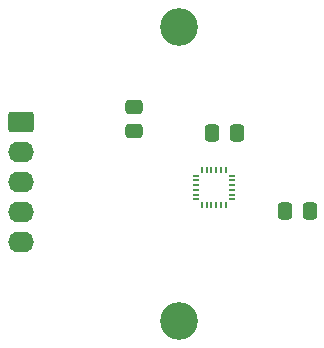
<source format=gbr>
%TF.GenerationSoftware,KiCad,Pcbnew,8.0.5*%
%TF.CreationDate,2024-11-05T12:58:27-06:00*%
%TF.ProjectId,golf_club_imu,676f6c66-5f63-46c7-9562-5f696d752e6b,rev?*%
%TF.SameCoordinates,Original*%
%TF.FileFunction,Soldermask,Top*%
%TF.FilePolarity,Negative*%
%FSLAX46Y46*%
G04 Gerber Fmt 4.6, Leading zero omitted, Abs format (unit mm)*
G04 Created by KiCad (PCBNEW 8.0.5) date 2024-11-05 12:58:27*
%MOMM*%
%LPD*%
G01*
G04 APERTURE LIST*
G04 Aperture macros list*
%AMRoundRect*
0 Rectangle with rounded corners*
0 $1 Rounding radius*
0 $2 $3 $4 $5 $6 $7 $8 $9 X,Y pos of 4 corners*
0 Add a 4 corners polygon primitive as box body*
4,1,4,$2,$3,$4,$5,$6,$7,$8,$9,$2,$3,0*
0 Add four circle primitives for the rounded corners*
1,1,$1+$1,$2,$3*
1,1,$1+$1,$4,$5*
1,1,$1+$1,$6,$7*
1,1,$1+$1,$8,$9*
0 Add four rect primitives between the rounded corners*
20,1,$1+$1,$2,$3,$4,$5,0*
20,1,$1+$1,$4,$5,$6,$7,0*
20,1,$1+$1,$6,$7,$8,$9,0*
20,1,$1+$1,$8,$9,$2,$3,0*%
G04 Aperture macros list end*
%ADD10C,3.200000*%
%ADD11RoundRect,0.050000X-0.050000X0.225000X-0.050000X-0.225000X0.050000X-0.225000X0.050000X0.225000X0*%
%ADD12RoundRect,0.050000X0.225000X0.050000X-0.225000X0.050000X-0.225000X-0.050000X0.225000X-0.050000X0*%
%ADD13RoundRect,0.250000X-0.845000X0.620000X-0.845000X-0.620000X0.845000X-0.620000X0.845000X0.620000X0*%
%ADD14O,2.190000X1.740000*%
%ADD15RoundRect,0.250000X-0.337500X-0.475000X0.337500X-0.475000X0.337500X0.475000X-0.337500X0.475000X0*%
%ADD16RoundRect,0.250000X0.475000X-0.337500X0.475000X0.337500X-0.475000X0.337500X-0.475000X-0.337500X0*%
%ADD17RoundRect,0.250000X0.337500X0.475000X-0.337500X0.475000X-0.337500X-0.475000X0.337500X-0.475000X0*%
G04 APERTURE END LIST*
D10*
%TO.C,H1*%
X145084800Y-44805600D03*
%TD*%
%TO.C,H2*%
X145084800Y-69697600D03*
%TD*%
D11*
%TO.C,U1*%
X149004400Y-59916800D03*
X148604400Y-59916800D03*
X148204400Y-59916800D03*
X147804400Y-59916800D03*
X147404400Y-59916800D03*
X147004400Y-59916800D03*
D12*
X146504400Y-59416800D03*
X146504400Y-59016800D03*
X146504400Y-58616800D03*
X146504400Y-58216800D03*
X146504400Y-57816800D03*
X146504400Y-57416800D03*
D11*
X147004400Y-56916800D03*
X147404400Y-56916800D03*
X147804400Y-56916800D03*
X148204400Y-56916800D03*
X148604400Y-56916800D03*
X149004400Y-56916800D03*
D12*
X149504400Y-57416800D03*
X149504400Y-57816800D03*
X149504400Y-58216800D03*
X149504400Y-58616800D03*
X149504400Y-59016800D03*
X149504400Y-59416800D03*
%TD*%
D13*
%TO.C,IMU_IO1*%
X131653600Y-52832000D03*
D14*
X131653600Y-55372000D03*
X131653600Y-57912000D03*
X131653600Y-60452000D03*
X131653600Y-62992000D03*
%TD*%
D15*
%TO.C,C11*%
X147857300Y-53797200D03*
X149932300Y-53797200D03*
%TD*%
D16*
%TO.C,C10*%
X141224000Y-51569800D03*
X141224000Y-53644800D03*
%TD*%
D17*
%TO.C,C9*%
X154054900Y-60401200D03*
X156129900Y-60401200D03*
%TD*%
M02*

</source>
